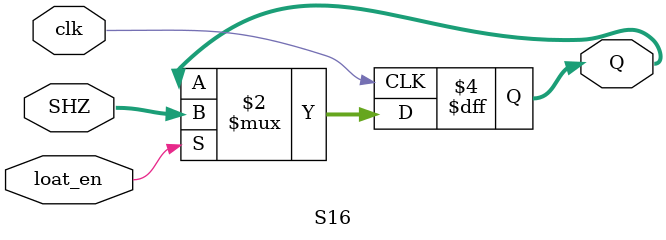
<source format=v>
module S16(input [15:0] SHZ,input clk,input loat_en, output reg [15:0] Q );
always @(posedge clk) begin
if(loat_en)
	Q<=SHZ;
end
endmodule
</source>
